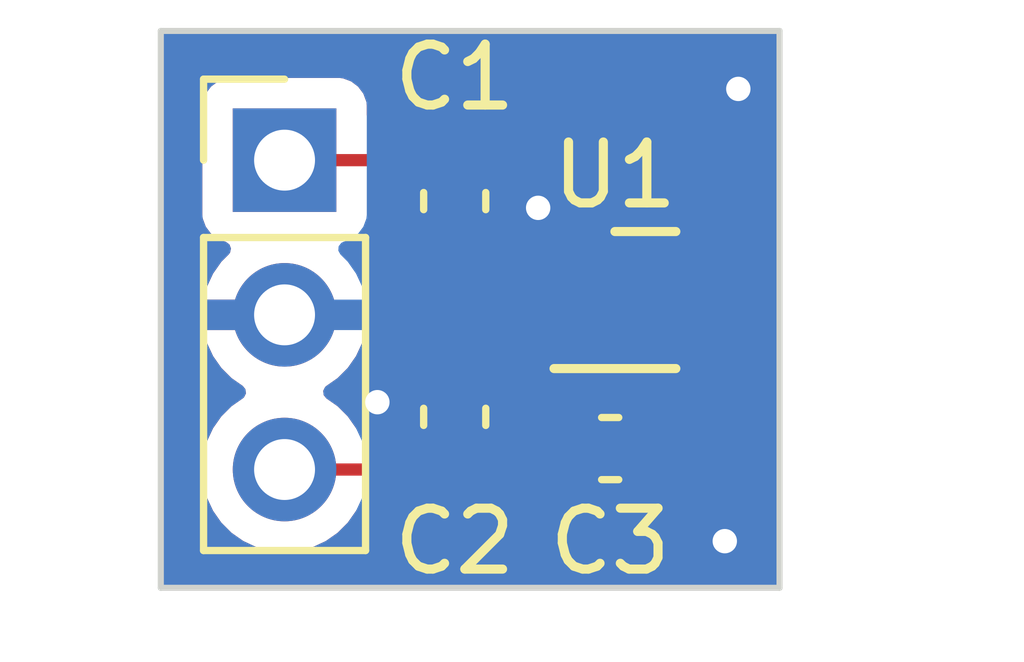
<source format=kicad_pcb>
(kicad_pcb (version 20221018) (generator pcbnew)
  (layers (0 "F.Cu" signal) (31 "B.Cu" signal) (34 "B.Paste" user) (35 "F.Paste" user) (36 "B.SilkS" user "B.Silkscreen") (37 "F.SilkS" user "F.Silkscreen") (38 "B.Mask" user) (39 "F.Mask" user) (44 "Edge.Cuts" user))
  (net 0 "")
  (net 1 "VDD")
  (net 2 "GND")
  (net 3 "+3V3")
  (net 4 "Net-(U1-C-)")
  (net 5 "Net-(U1-C+)")
  (footprint "Capacitor_SMD:C_0603_1608Metric" (layer "F.Cu") (at 63.246 73.406 -90)
    (fp_text reference "C1" (at -2.032 0) (layer "F.SilkS"))
    (fp_text value "1uf")
    (fp_line (start -0.14058 -0.51) (end 0.14058 -0.51) (stroke (width 0.12)) (layer "F.SilkS"))
    (fp_line (start -0.14058 0.51) (end 0.14058 0.51) (stroke (width 0.12)) (layer "F.SilkS"))
    (pad "1" smd roundrect (at -0.775 0 270) (size 0.9 0.95) (layers "F.Cu" "F.Paste" "F.Mask") (net 1 "VDD"))
    (pad "2" smd roundrect (at 0.775 0 270) (size 0.9 0.95) (layers "F.Cu" "F.Paste" "F.Mask") (net 2 "GND"))
  )
  (footprint "Capacitor_SMD:C_0603_1608Metric" (layer "F.Cu") (at 65.799 77.47 180)
    (fp_text reference "C3" (at 0 -1.524) (layer "F.SilkS"))
    (fp_text value "1uf")
    (fp_line (start -0.14058 -0.51) (end 0.14058 -0.51) (stroke (width 0.12)) (layer "F.SilkS"))
    (fp_line (start -0.14058 0.51) (end 0.14058 0.51) (stroke (width 0.12)) (layer "F.SilkS"))
    (pad "1" smd roundrect (at -0.775 0 180) (size 0.9 0.95) (layers "F.Cu" "F.Paste" "F.Mask") (net 4 "Net-(U1-C-)"))
    (pad "2" smd roundrect (at 0.775 0 180) (size 0.9 0.95) (layers "F.Cu" "F.Paste" "F.Mask") (net 5 "Net-(U1-C+)"))
  )
  (footprint "Connector_PinHeader_2.54mm:PinHeader_1x03_P2.54mm_Vertical" (layer "F.Cu") (at 60.452 72.734)
    (fp_text reference "J1" hide)
    (fp_text value "Conn_01x03")
    (fp_line (start -1.33 -1.33) (end 0 -1.33) (stroke (width 0.12)) (layer "F.SilkS"))
    (fp_line (start -1.33 0) (end -1.33 -1.33) (stroke (width 0.12)) (layer "F.SilkS"))
    (fp_line (start -1.33 1.27) (end -1.33 6.41) (stroke (width 0.12)) (layer "F.SilkS"))
    (fp_line (start -1.33 1.27) (end 1.33 1.27) (stroke (width 0.12)) (layer "F.SilkS"))
    (fp_line (start -1.33 6.41) (end 1.33 6.41) (stroke (width 0.12)) (layer "F.SilkS"))
    (fp_line (start 1.33 1.27) (end 1.33 6.41) (stroke (width 0.12)) (layer "F.SilkS"))
    (pad "1" thru_hole rect (at 0 0) (size 1.7 1.7) (drill 1) (layers "*.Cu" "*.Mask") (net 1 "VDD"))
    (pad "2" thru_hole oval (at 0 2.54) (size 1.7 1.7) (drill 1) (layers "*.Cu" "*.Mask") (net 2 "GND"))
    (pad "3" thru_hole oval (at 0 5.08) (size 1.7 1.7) (drill 1) (layers "*.Cu" "*.Mask") (net 3 "+3V3"))
  )
  (footprint "Capacitor_SMD:C_0603_1608Metric" (layer "F.Cu") (at 63.246 76.949 90)
    (fp_text reference "C2" (at -2.045 0) (layer "F.SilkS"))
    (fp_text value "4.7uf")
    (fp_line (start -0.14058 -0.51) (end 0.14058 -0.51) (stroke (width 0.12)) (layer "F.SilkS"))
    (fp_line (start -0.14058 0.51) (end 0.14058 0.51) (stroke (width 0.12)) (layer "F.SilkS"))
    (pad "1" smd roundrect (at -0.775 0 90) (size 0.9 0.95) (layers "F.Cu" "F.Paste" "F.Mask") (net 3 "+3V3"))
    (pad "2" smd roundrect (at 0.775 0 90) (size 0.9 0.95) (layers "F.Cu" "F.Paste" "F.Mask") (net 2 "GND"))
  )
  (footprint "Package_DFN_QFN:DFN-6-1EP_2x2mm_P0.5mm_EP0.61x1.42mm" (layer "F.Cu") (at 65.877 75.031)
    (fp_text reference "U1" (at 0 -2.05) (layer "F.SilkS"))
    (fp_text value "LTC3240EDC-3_3")
    (fp_line (start -1 1.125) (end 1 1.125) (stroke (width 0.15)) (layer "F.SilkS"))
    (fp_line (start 0 -1.125) (end 1 -1.125) (stroke (width 0.15)) (layer "F.SilkS"))
    (pad "1" smd rect (at -0.925 -0.5) (size 0.7 0.25) (layers "F.Cu" "F.Paste" "F.Mask") (net 2 "GND"))
    (pad "2" smd rect (at -0.925 0) (size 0.7 0.25) (layers "F.Cu" "F.Paste" "F.Mask") (net 1 "VDD"))
    (pad "3" smd rect (at -0.925 0.5) (size 0.7 0.25) (layers "F.Cu" "F.Paste" "F.Mask") (net 3 "+3V3"))
    (pad "4" smd rect (at 0.925 0.5) (size 0.7 0.25) (layers "F.Cu" "F.Paste" "F.Mask") (net 5 "Net-(U1-C+)"))
    (pad "5" smd rect (at 0.925 0) (size 0.7 0.25) (layers "F.Cu" "F.Paste" "F.Mask") (net 4 "Net-(U1-C-)"))
    (pad "6" smd rect (at 0.925 -0.5) (size 0.7 0.25) (layers "F.Cu" "F.Paste" "F.Mask") (net 1 "VDD"))
    (pad "7" smd rect (at 0 0) (size 0.61 1.42) (layers "F.Cu" "F.Mask") (net 2 "GND"))
  )
  (gr_line (start 68.58 79.756) (end 68.58 70.612) (stroke (width 0.1)) (layer "Edge.Cuts"))
  (gr_line (start 58.42 70.612) (end 68.58 70.612) (stroke (width 0.1)) (layer "Edge.Cuts"))
  (gr_line (start 58.42 79.756) (end 68.58 79.756) (stroke (width 0.1)) (layer "Edge.Cuts"))
  (gr_line (start 58.42 79.756) (end 58.42 70.612) (stroke (width 0.1)) (layer "Edge.Cuts"))
  (segment (start 67.043 72.631) (end 63.246 72.631) (width 0.2) (layer "F.Cu") (net 1))
  (segment (start 67.455 74.531) (end 67.564 74.422) (width 0.2) (layer "F.Cu") (net 1))
  (segment (start 67.564 74.422) (end 67.564 73.152) (width 0.2) (layer "F.Cu") (net 1))
  (segment (start 62.23 72.644) (end 63.233 72.644) (width 0.2) (layer "F.Cu") (net 1))
  (segment (start 62.585 75.031) (end 62.23 74.676) (width 0.2) (layer "F.Cu") (net 1))
  (segment (start 67.564 73.152) (end 67.043 72.631) (width 0.2) (layer "F.Cu") (net 1))
  (segment (start 62.14 72.734) (end 62.23 72.644) (width 0.2) (layer "F.Cu") (net 1))
  (segment (start 64.952 75.031) (end 62.585 75.031) (width 0.2) (layer "F.Cu") (net 1))
  (segment (start 60.452 72.734) (end 62.14 72.734) (width 0.2) (layer "F.Cu") (net 1))
  (segment (start 63.233 72.644) (end 63.246 72.631) (width 0.2) (layer "F.Cu") (net 1))
  (segment (start 62.23 74.676) (end 62.23 72.644) (width 0.2) (layer "F.Cu") (net 1))
  (segment (start 66.802 74.531) (end 67.455 74.531) (width 0.2) (layer "F.Cu") (net 1))
  (segment (start 63.246 74.181) (end 64.602 74.181) (width 0.2) (layer "F.Cu") (net 2))
  (segment (start 65.377 74.531) (end 65.877 75.031) (width 0.2) (layer "F.Cu") (net 2))
  (segment (start 64.602 74.181) (end 64.952 74.531) (width 0.2) (layer "F.Cu") (net 2))
  (segment (start 64.952 74.531) (end 65.377 74.531) (width 0.2) (layer "F.Cu") (net 2))
  (via (at 64.616174 73.517088) (size 0.8) (drill 0.4) (layers "F.Cu" "B.Cu") (net 2))
  (via (at 61.976 76.708) (size 0.8) (drill 0.4) (layers "F.Cu" "B.Cu") (net 2))
  (via (at 67.903147 71.563958) (size 0.8) (drill 0.4) (layers "F.Cu" "B.Cu") (net 2))
  (via (at 67.68084 78.990084) (size 0.8) (drill 0.4) (layers "F.Cu" "B.Cu") (net 2))
  (segment (start 64.952 75.531) (end 64.952 76.214314) (width 0.2) (layer "F.Cu") (net 3))
  (segment (start 64.262 76.904314) (end 64.262 77.724) (width 0.2) (layer "F.Cu") (net 3))
  (segment (start 63.156 77.814) (end 63.246 77.724) (width 0.2) (layer "F.Cu") (net 3))
  (segment (start 60.452 77.814) (end 63.156 77.814) (width 0.2) (layer "F.Cu") (net 3))
  (segment (start 64.952 76.214314) (end 64.262 76.904314) (width 0.2) (layer "F.Cu") (net 3))
  (segment (start 64.262 77.724) (end 63.246 77.724) (width 0.2) (layer "F.Cu") (net 3))
  (segment (start 67.964 76.365686) (end 67.964 75.526315) (width 0.2) (layer "F.Cu") (net 4))
  (segment (start 66.574 77.47) (end 66.859686 77.47) (width 0.2) (layer "F.Cu") (net 4))
  (segment (start 67.964 75.526315) (end 67.468685 75.031) (width 0.2) (layer "F.Cu") (net 4))
  (segment (start 66.859686 77.47) (end 67.964 76.365686) (width 0.2) (layer "F.Cu") (net 4))
  (segment (start 67.468685 75.031) (end 66.802 75.031) (width 0.2) (layer "F.Cu") (net 4))
  (segment (start 67.403 75.531) (end 67.564 75.692) (width 0.2) (layer "F.Cu") (net 5))
  (segment (start 65.024 77.47) (end 65.024 76.708) (width 0.2) (layer "F.Cu") (net 5))
  (segment (start 67.564 76.2) (end 67.31 76.454) (width 0.2) (layer "F.Cu") (net 5))
  (segment (start 67.31 76.454) (end 65.278 76.454) (width 0.2) (layer "F.Cu") (net 5))
  (segment (start 65.024 76.708) (end 65.278 76.454) (width 0.2) (layer "F.Cu") (net 5))
  (segment (start 66.802 75.531) (end 67.403 75.531) (width 0.2) (layer "F.Cu") (net 5))
  (segment (start 67.564 75.692) (end 67.564 76.2) (width 0.2) (layer "F.Cu") (net 5))
  (zone (net 2) (net_name "GND") (layers "F&B.Cu") (connect_pads (clearance 0.5)) (min_thickness 0.25) (fill yes (thermal_gap 0.5) (thermal_bridge_width 0.5))
    (polygon (pts (xy 69.088 70.104) (xy 69.088 80.264) (xy 57.912 80.264) (xy 57.912 70.104)))
  )
)
</source>
